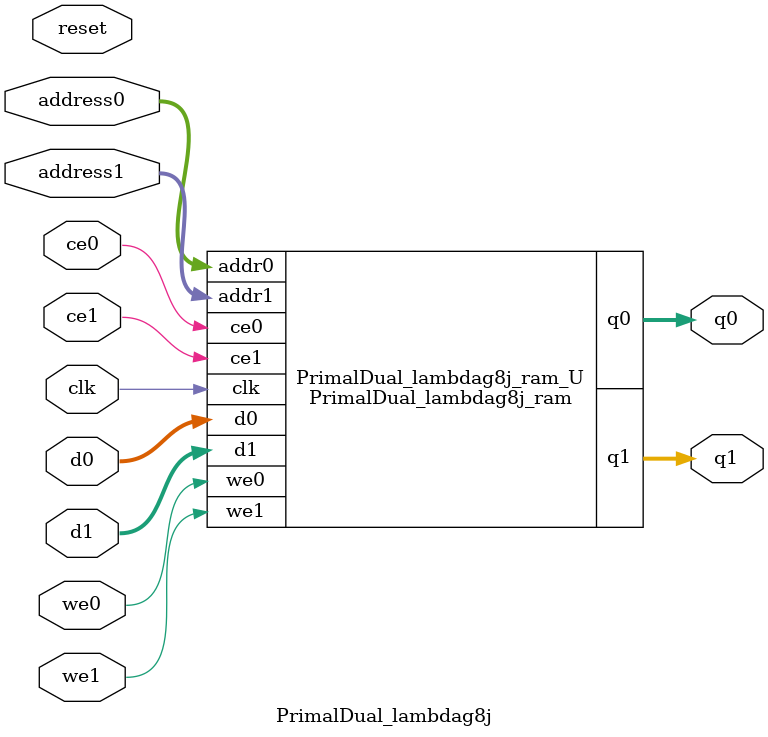
<source format=v>

`timescale 1 ns / 1 ps
module PrimalDual_lambdag8j_ram (addr0, ce0, d0, we0, q0, addr1, ce1, d1, we1, q1,  clk);

parameter DWIDTH = 16;
parameter AWIDTH = 3;
parameter MEM_SIZE = 5;

input[AWIDTH-1:0] addr0;
input ce0;
input[DWIDTH-1:0] d0;
input we0;
output reg[DWIDTH-1:0] q0;
input[AWIDTH-1:0] addr1;
input ce1;
input[DWIDTH-1:0] d1;
input we1;
output reg[DWIDTH-1:0] q1;
input clk;

(* ram_style = "block" *)reg [DWIDTH-1:0] ram[0:MEM_SIZE-1];




always @(posedge clk)  
begin 
    if (ce0) 
    begin
        if (we0) 
        begin 
            ram[addr0] <= d0; 
            q0 <= d0;
        end 
        else 
            q0 <= ram[addr0];
    end
end


always @(posedge clk)  
begin 
    if (ce1) 
    begin
        if (we1) 
        begin 
            ram[addr1] <= d1; 
            q1 <= d1;
        end 
        else 
            q1 <= ram[addr1];
    end
end


endmodule


`timescale 1 ns / 1 ps
module PrimalDual_lambdag8j(
    reset,
    clk,
    address0,
    ce0,
    we0,
    d0,
    q0,
    address1,
    ce1,
    we1,
    d1,
    q1);

parameter DataWidth = 32'd16;
parameter AddressRange = 32'd5;
parameter AddressWidth = 32'd3;
input reset;
input clk;
input[AddressWidth - 1:0] address0;
input ce0;
input we0;
input[DataWidth - 1:0] d0;
output[DataWidth - 1:0] q0;
input[AddressWidth - 1:0] address1;
input ce1;
input we1;
input[DataWidth - 1:0] d1;
output[DataWidth - 1:0] q1;



PrimalDual_lambdag8j_ram PrimalDual_lambdag8j_ram_U(
    .clk( clk ),
    .addr0( address0 ),
    .ce0( ce0 ),
    .we0( we0 ),
    .d0( d0 ),
    .q0( q0 ),
    .addr1( address1 ),
    .ce1( ce1 ),
    .we1( we1 ),
    .d1( d1 ),
    .q1( q1 ));

endmodule


</source>
